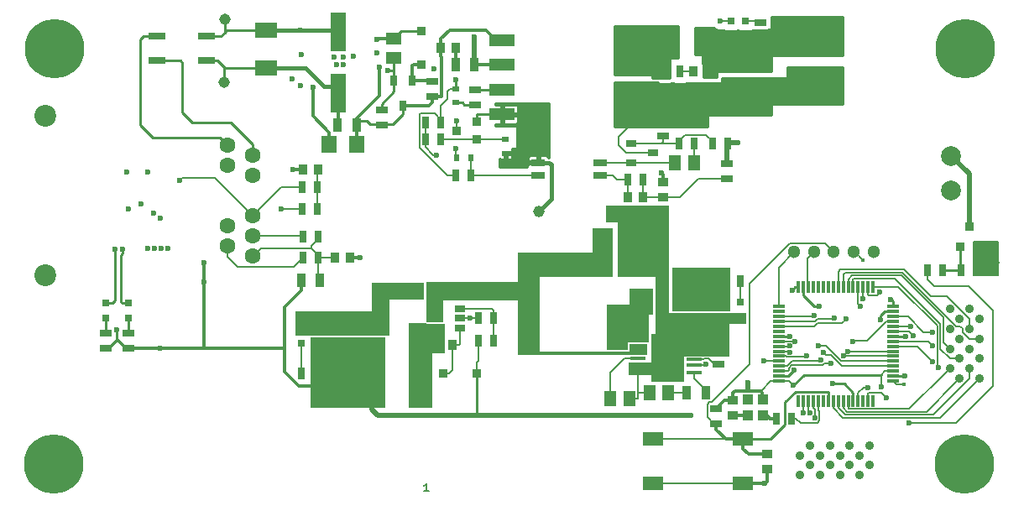
<source format=gtl>
%FSLAX46Y46*%
G04 Gerber Fmt 4.6, Leading zero omitted, Abs format (unit mm)*
G04 Created by KiCad (PCBNEW (2014-08-26 BZR 5101)-product) date Sat 30 Aug 2014 02:05:03 AM EDT*
%MOMM*%
G01*
G04 APERTURE LIST*
%ADD10C,0.100000*%
%ADD11C,0.187500*%
%ADD12R,0.300000X1.200000*%
%ADD13R,1.200000X0.300000*%
%ADD14R,1.600200X1.803400*%
%ADD15R,0.899160X1.000760*%
%ADD16R,1.498600X1.300480*%
%ADD17R,1.600000X4.000000*%
%ADD18R,1.300480X1.498600*%
%ADD19C,1.150000*%
%ADD20R,1.600000X3.200000*%
%ADD21R,1.000760X0.899160*%
%ADD22R,1.803400X1.600200*%
%ADD23R,1.800860X2.199640*%
%ADD24R,2.199640X1.600200*%
%ADD25R,0.700000X0.600000*%
%ADD26R,0.850000X0.850000*%
%ADD27R,0.600000X0.700000*%
%ADD28R,1.000760X0.800100*%
%ADD29R,1.700000X0.800000*%
%ADD30R,0.797560X0.797560*%
%ADD31R,1.600200X2.199640*%
%ADD32R,1.000000X1.100000*%
%ADD33C,1.600000*%
%ADD34C,2.200000*%
%ADD35C,1.300000*%
%ADD36C,0.900000*%
%ADD37R,0.889000X1.397000*%
%ADD38R,1.800000X3.600000*%
%ADD39R,1.600000X5.700000*%
%ADD40C,1.143000*%
%ADD41C,1.998980*%
%ADD42R,0.701040X1.000760*%
%ADD43R,0.914400X0.914400*%
%ADD44R,0.635000X1.143000*%
%ADD45R,1.143000X0.635000*%
%ADD46R,2.100000X1.400000*%
%ADD47R,2.540000X1.270000*%
%ADD48R,1.450000X0.800000*%
%ADD49R,1.000760X0.701040*%
%ADD50R,1.600000X0.300000*%
%ADD51R,2.460000X2.310000*%
%ADD52C,6.000000*%
%ADD53C,0.600000*%
%ADD54C,0.450000*%
%ADD55C,0.350000*%
%ADD56C,0.381000*%
%ADD57C,0.254000*%
%ADD58C,0.200000*%
%ADD59C,0.250000*%
%ADD60C,0.300000*%
%ADD61C,0.400000*%
%ADD62C,0.500000*%
%ADD63C,0.150000*%
%ADD64C,0.050000*%
G04 APERTURE END LIST*
D10*
D11*
X119614286Y-79359286D02*
X119185714Y-79359286D01*
X119400000Y-79359286D02*
X119400000Y-78609286D01*
X119328571Y-78716429D01*
X119257143Y-78787857D01*
X119185714Y-78823571D01*
D12*
X156950000Y-70250000D03*
X157450000Y-70250000D03*
X157950000Y-70250000D03*
X158450000Y-70250000D03*
X158950000Y-70250000D03*
X159450000Y-70250000D03*
X159950000Y-70250000D03*
X160450000Y-70250000D03*
X160950000Y-70250000D03*
X161450000Y-70250000D03*
X161950000Y-70250000D03*
X162450000Y-70250000D03*
X162950000Y-70250000D03*
X163450000Y-70250000D03*
X163950000Y-70250000D03*
X164450000Y-70250000D03*
D13*
X166450000Y-64750000D03*
X166450000Y-65250000D03*
X166450000Y-63750000D03*
X166450000Y-64250000D03*
X166450000Y-65750000D03*
X166450000Y-62250000D03*
X166450000Y-60750000D03*
X166450000Y-63250000D03*
X166450000Y-61250000D03*
X166450000Y-61750000D03*
X166450000Y-62750000D03*
X166450000Y-66750000D03*
X166450000Y-67750000D03*
X166450000Y-67250000D03*
X166450000Y-66250000D03*
X166450000Y-68250000D03*
D12*
X160950000Y-58750000D03*
X161450000Y-58750000D03*
X159950000Y-58750000D03*
X160450000Y-58750000D03*
X161950000Y-58750000D03*
X158450000Y-58750000D03*
X156950000Y-58750000D03*
X159450000Y-58750000D03*
X157450000Y-58750000D03*
X157950000Y-58750000D03*
X158950000Y-58750000D03*
X162950000Y-58750000D03*
X163950000Y-58750000D03*
X163450000Y-58750000D03*
X162450000Y-58750000D03*
X164450000Y-58750000D03*
D13*
X154950000Y-64250000D03*
X154950000Y-63750000D03*
X154950000Y-65250000D03*
X154950000Y-64750000D03*
X154950000Y-63250000D03*
X154950000Y-66750000D03*
X154950000Y-68250000D03*
X154950000Y-65750000D03*
X154950000Y-67750000D03*
X154950000Y-67250000D03*
X154950000Y-66250000D03*
X154950000Y-62250000D03*
X154950000Y-61250000D03*
X154950000Y-61750000D03*
X154950000Y-62750000D03*
X154950000Y-60750000D03*
D14*
X112397000Y-44400000D03*
X109603000Y-44400000D03*
D15*
X120848160Y-34600000D03*
X122351840Y-34600000D03*
D16*
X116100000Y-33747500D03*
X116100000Y-35652500D03*
D17*
X110480000Y-39200000D03*
X110480000Y-33000000D03*
D15*
X147801840Y-37050000D03*
X146298160Y-37050000D03*
D18*
X146402500Y-46200000D03*
X144497500Y-46200000D03*
D19*
X130750000Y-51150000D03*
X138250000Y-51150000D03*
D20*
X159800000Y-33400000D03*
X159800000Y-38400000D03*
D15*
X108451840Y-46900000D03*
X106948160Y-46900000D03*
X110198160Y-55800000D03*
X111701840Y-55800000D03*
D21*
X143300000Y-49701840D03*
X143300000Y-48198160D03*
D15*
X141251840Y-49700000D03*
X139748160Y-49700000D03*
D22*
X153000000Y-35803000D03*
X153000000Y-38597000D03*
X150300000Y-35803000D03*
X150300000Y-38597000D03*
D14*
X137083000Y-53770000D03*
X139877000Y-53770000D03*
D18*
X120292500Y-59140000D03*
X118387500Y-59140000D03*
D14*
X137053000Y-56650000D03*
X139847000Y-56650000D03*
D15*
X122051840Y-64650000D03*
X120548160Y-64650000D03*
D18*
X137947500Y-70050000D03*
X139852500Y-70050000D03*
X143825927Y-69420421D03*
X141920927Y-69420421D03*
D16*
X111494798Y-64797140D03*
X111494798Y-62892140D03*
X148540000Y-60217500D03*
X148540000Y-62122500D03*
X109114798Y-64817140D03*
X109114798Y-62912140D03*
D21*
X153750000Y-77151840D03*
X153750000Y-75648160D03*
X150300000Y-71721840D03*
X150300000Y-70218160D03*
D23*
X143593400Y-33850000D03*
X147606600Y-33850000D03*
D24*
X103200000Y-32900080D03*
X103200000Y-36699920D03*
D25*
X122400000Y-40150000D03*
X122400000Y-38750000D03*
X127400000Y-45300000D03*
X127400000Y-43900000D03*
D26*
X118900000Y-32975000D03*
X118900000Y-36325000D03*
D27*
X122450000Y-45700000D03*
X123850000Y-45700000D03*
D28*
X142249820Y-45250000D03*
X140050180Y-46202500D03*
X140050180Y-44297500D03*
D29*
X97250000Y-35950000D03*
X92250000Y-35950000D03*
X92250000Y-33450000D03*
X97250000Y-33450000D03*
D30*
X87100000Y-61899300D03*
X87100000Y-60400700D03*
X89350000Y-61899300D03*
X89350000Y-60400700D03*
X151599300Y-31950000D03*
X150100700Y-31950000D03*
D26*
X115031055Y-62842289D03*
X118381055Y-62842289D03*
X124445000Y-67450000D03*
X121095000Y-67450000D03*
D31*
X141373507Y-60070421D03*
X145173347Y-60070421D03*
D30*
X151100000Y-60300700D03*
X151100000Y-61799300D03*
X106790000Y-64409300D03*
X106790000Y-62910700D03*
D32*
X151850000Y-70150000D03*
X151850000Y-71750000D03*
X153350000Y-71750000D03*
X153350000Y-70150000D03*
D33*
X99340000Y-54630000D03*
X99340000Y-52600000D03*
X99340000Y-46510000D03*
X99340000Y-44480000D03*
X101880000Y-55650000D03*
X101880000Y-53620000D03*
X101880000Y-51590000D03*
X101880000Y-47530000D03*
X101880000Y-45500000D03*
D34*
X80930000Y-57610000D03*
X80930000Y-41480000D03*
D35*
X160500000Y-55250000D03*
X162500000Y-55250000D03*
X164500000Y-55250000D03*
X158500000Y-55250000D03*
X156500000Y-55250000D03*
D36*
X157100000Y-77750000D03*
X158100000Y-76750000D03*
X159100000Y-77750000D03*
X160100000Y-76750000D03*
X161100000Y-77750000D03*
X162100000Y-76750000D03*
X163100000Y-77750000D03*
X164100000Y-76750000D03*
X157100000Y-75750000D03*
X160100000Y-74750000D03*
X159100000Y-75750000D03*
X158100000Y-74750000D03*
X162100000Y-74750000D03*
X161100000Y-75750000D03*
X163100000Y-75750000D03*
X164100000Y-74750000D03*
X175200000Y-68000000D03*
X174200000Y-67000000D03*
X175200000Y-66000000D03*
X174200000Y-65000000D03*
X175200000Y-64000000D03*
X174200000Y-63000000D03*
X175200000Y-62000000D03*
X174200000Y-61000000D03*
X173200000Y-68000000D03*
X172200000Y-65000000D03*
X173200000Y-66000000D03*
X172200000Y-67000000D03*
X172200000Y-63000000D03*
X173200000Y-64000000D03*
X173200000Y-62000000D03*
X172200000Y-61000000D03*
D37*
X110457500Y-42430000D03*
X112362500Y-42430000D03*
X108652500Y-58100000D03*
X106747500Y-58100000D03*
D38*
X129600000Y-63180000D03*
X138600000Y-63180000D03*
D39*
X118616055Y-67802289D03*
X113916055Y-67802289D03*
D40*
X99050000Y-31800000D03*
X99000000Y-38150000D03*
X145900000Y-40250000D03*
X155050000Y-33400000D03*
X147500000Y-57700000D03*
X110550000Y-68180000D03*
D41*
X172350000Y-49050060D03*
X172350000Y-45549940D03*
D42*
X117050000Y-40520000D03*
X116097500Y-37980000D03*
X118002500Y-37980000D03*
D43*
X124466000Y-42111000D03*
X124466000Y-43889000D03*
X122434000Y-43000000D03*
X175039000Y-54716000D03*
X173261000Y-54716000D03*
X174150000Y-52684000D03*
D44*
X119338000Y-43900000D03*
X120862000Y-43900000D03*
D45*
X120000000Y-39512000D03*
X120000000Y-37988000D03*
X114920000Y-42462000D03*
X114920000Y-40938000D03*
X124350000Y-40362000D03*
X124350000Y-38838000D03*
D37*
X122347500Y-36350000D03*
X124252500Y-36350000D03*
D44*
X119338000Y-42150000D03*
X120862000Y-42150000D03*
X122338000Y-47500000D03*
X123862000Y-47500000D03*
X143488000Y-37050000D03*
X145012000Y-37050000D03*
X141262000Y-47900000D03*
X139738000Y-47900000D03*
X146412000Y-44300000D03*
X144888000Y-44300000D03*
X149762000Y-44300000D03*
X148238000Y-44300000D03*
D45*
X143300000Y-43562000D03*
X143300000Y-42038000D03*
D44*
X108462000Y-55800000D03*
X106938000Y-55800000D03*
X108462000Y-53650000D03*
X106938000Y-53650000D03*
D45*
X89350000Y-63438000D03*
X89350000Y-64962000D03*
D44*
X108412000Y-50900000D03*
X106888000Y-50900000D03*
X108412000Y-48700000D03*
X106888000Y-48700000D03*
D45*
X87100000Y-63438000D03*
X87100000Y-64962000D03*
X149750000Y-47862000D03*
X149750000Y-46338000D03*
X153070000Y-33582000D03*
X153070000Y-32058000D03*
X148850000Y-66562000D03*
X148850000Y-65038000D03*
D37*
X145670927Y-69420421D03*
X147575927Y-69420421D03*
D44*
X124638000Y-64160000D03*
X126162000Y-64160000D03*
X126158055Y-61912289D03*
X124634055Y-61912289D03*
X149578000Y-58160000D03*
X151102000Y-58160000D03*
X108312000Y-67520000D03*
X106788000Y-67520000D03*
X154688000Y-72050000D03*
X156212000Y-72050000D03*
D45*
X148650000Y-72532000D03*
X148650000Y-71008000D03*
D44*
X171512000Y-57050000D03*
X169988000Y-57050000D03*
X173338000Y-57050000D03*
X174862000Y-57050000D03*
D46*
X151350000Y-78600000D03*
X151350000Y-74100000D03*
X142250000Y-74100000D03*
X142250000Y-78600000D03*
D47*
X127050000Y-41350000D03*
X127050000Y-38850000D03*
X127050000Y-36350000D03*
X127050000Y-33850000D03*
X140260000Y-33850000D03*
X140260000Y-36350000D03*
X140260000Y-38850000D03*
X140260000Y-41350000D03*
D48*
X136925000Y-46215000D03*
X130675000Y-47485000D03*
X130675000Y-46215000D03*
X136925000Y-47485000D03*
D49*
X120286055Y-62884789D03*
X120286055Y-61932289D03*
X120286055Y-60979789D03*
X122826055Y-60979789D03*
X122826055Y-61932289D03*
X122826055Y-62884789D03*
D50*
X140773427Y-65320421D03*
X140773427Y-65970421D03*
X140773427Y-66620421D03*
X140773427Y-67320421D03*
X140773427Y-63420421D03*
X140773427Y-64020421D03*
X140773427Y-64670421D03*
X146373427Y-64720421D03*
X146373427Y-67370421D03*
X146373427Y-66020421D03*
X146373427Y-65370421D03*
X146373427Y-64070421D03*
X146373427Y-63470421D03*
X146373427Y-66670421D03*
D51*
X143573427Y-65370421D03*
D52*
X173750000Y-34750000D03*
X81850000Y-76650000D03*
X173700000Y-76600000D03*
X81900000Y-34750000D03*
D53*
X112060000Y-35450000D03*
X106697158Y-32900080D03*
X114700000Y-36599321D03*
X110372593Y-36297407D03*
X111030000Y-36350000D03*
X114400000Y-33750000D03*
X107950000Y-38650000D03*
X111030000Y-35540000D03*
X110080000Y-35570000D03*
X128900000Y-41350000D03*
X129700000Y-41350000D03*
X130510000Y-41350000D03*
X130520000Y-42100000D03*
X129700000Y-42090000D03*
X128890000Y-42090000D03*
X127400000Y-46150000D03*
X130700000Y-45300000D03*
X130700000Y-44650000D03*
X130000000Y-44650000D03*
X130000000Y-45300000D03*
X106750000Y-35300000D03*
X115500000Y-36900000D03*
X122400000Y-37850000D03*
X158170000Y-32920000D03*
X157290000Y-32930000D03*
X157290000Y-33680000D03*
X157290000Y-34470000D03*
X158190000Y-34480000D03*
X158200000Y-33670000D03*
X135590000Y-55690000D03*
X135590244Y-56650000D03*
X135580000Y-57470000D03*
X134680000Y-57470000D03*
X134680304Y-56650000D03*
X134680000Y-55690000D03*
X133700000Y-55680000D03*
X133697387Y-56650000D03*
X133700000Y-57490000D03*
X150810000Y-44200000D03*
X165240000Y-62040000D03*
X139900000Y-52224991D03*
X89150000Y-47150000D03*
X91330000Y-54860000D03*
X91980000Y-54860000D03*
X92650000Y-54850000D03*
X93300000Y-54850000D03*
X105950000Y-46900000D03*
X112750000Y-55800000D03*
X150300000Y-40100000D03*
X153000000Y-40100000D03*
X152050000Y-40100000D03*
X151150000Y-40100000D03*
X150300000Y-41000000D03*
X151150000Y-41000000D03*
X152050000Y-41000000D03*
X153000000Y-41000000D03*
X143100000Y-47220000D03*
X139900000Y-51140000D03*
X141670000Y-53950000D03*
X142790000Y-53940000D03*
X141670000Y-56650000D03*
X142780000Y-56640000D03*
X142770000Y-55800000D03*
X142790000Y-54800000D03*
X141670000Y-55790000D03*
X141670000Y-54830000D03*
X149220000Y-63370000D03*
X149210000Y-64160000D03*
X148320000Y-64140000D03*
X148320000Y-63390000D03*
X142950000Y-63630000D03*
X142940000Y-62840000D03*
X144510000Y-62830000D03*
X144520000Y-63640000D03*
X143020000Y-67160000D03*
X143010000Y-67940000D03*
X143800000Y-67930000D03*
X144590000Y-67930000D03*
X144590000Y-67150000D03*
X143800000Y-67160000D03*
X143750000Y-63620000D03*
X143750000Y-62820000D03*
X149070000Y-31950000D03*
X108700000Y-61790000D03*
X109910000Y-61790000D03*
X111100000Y-61800000D03*
X112120000Y-61800000D03*
X153520000Y-78600000D03*
X123840000Y-61920000D03*
X167630000Y-67760000D03*
X160380000Y-68520000D03*
X156520000Y-67190000D03*
X159060000Y-60680000D03*
X153470000Y-66240000D03*
X176080000Y-54710000D03*
X176890000Y-54710000D03*
X176890000Y-55530000D03*
X176110000Y-55530000D03*
X176110000Y-56340000D03*
X176890000Y-56340000D03*
D54*
X163460000Y-56070000D03*
D53*
X166228763Y-60031237D03*
X88200000Y-63050000D03*
X92597845Y-64962000D03*
X96930000Y-56350000D03*
X96930000Y-58280000D03*
X165250000Y-68880000D03*
X163950000Y-68890000D03*
X156430000Y-68690000D03*
X156290000Y-59070000D03*
X146060000Y-71710000D03*
X151810000Y-68390000D03*
X148540000Y-59156108D03*
X147900000Y-59160000D03*
X147270000Y-59150000D03*
X146640000Y-59160000D03*
X146640000Y-59770000D03*
X147250000Y-59760000D03*
X147260000Y-60380000D03*
X146640000Y-60380000D03*
X122340000Y-44830000D03*
X122460000Y-41970000D03*
X106700000Y-38450000D03*
X88000000Y-55000000D03*
X88750003Y-55000000D03*
X104750000Y-50900000D03*
X94500000Y-48050000D03*
X167710000Y-63740000D03*
X168496739Y-63693261D03*
X156560000Y-64230000D03*
X156050000Y-64710000D03*
X159160000Y-66140000D03*
X160210000Y-66480000D03*
X171020000Y-66900000D03*
X165150000Y-59280000D03*
X168250000Y-62770000D03*
X157770000Y-65720000D03*
X156050000Y-65360000D03*
X156050000Y-63750000D03*
X170440000Y-63360000D03*
X162380000Y-64240000D03*
X163410000Y-59970000D03*
X163160000Y-60690000D03*
X170470000Y-66340000D03*
X170490000Y-64710000D03*
X161720000Y-61990000D03*
X157380000Y-71480000D03*
X160571388Y-61911786D03*
X158480000Y-61650000D03*
X158080000Y-71500000D03*
X158590000Y-72000000D03*
X124250000Y-34880000D03*
X124250000Y-34200000D03*
X124250000Y-33530000D03*
X105850000Y-37800000D03*
X120200000Y-36730000D03*
X120450000Y-45450000D03*
X114400000Y-35150000D03*
X147573719Y-66562000D03*
X89320000Y-50880000D03*
D54*
X167550000Y-68580000D03*
D53*
X90610000Y-50370000D03*
X161440000Y-65730000D03*
X91270000Y-47130000D03*
X161920000Y-65270000D03*
X91880000Y-51350000D03*
X158940000Y-64700000D03*
X92570000Y-51840000D03*
X159460000Y-65370000D03*
X165770000Y-69930000D03*
X168110000Y-72510000D03*
D55*
X110500000Y-38550000D02*
X110500000Y-41997500D01*
X110500000Y-41997500D02*
X110497500Y-42000000D01*
D56*
X107249920Y-36699920D02*
X109100000Y-38550000D01*
X109100000Y-38550000D02*
X110500000Y-38550000D01*
X103200000Y-36699920D02*
X107249920Y-36699920D01*
D57*
X99000000Y-36596000D02*
X99103920Y-36699920D01*
X99103920Y-36699920D02*
X103200000Y-36699920D01*
X97250000Y-35950000D02*
X98354000Y-35950000D01*
X99000000Y-36596000D02*
X99000000Y-37341777D01*
X98354000Y-35950000D02*
X99000000Y-36596000D01*
X99000000Y-37341777D02*
X99000000Y-38150000D01*
D56*
X103200000Y-32900080D02*
X106697158Y-32900080D01*
X106697158Y-32900080D02*
X109949920Y-32900080D01*
X109949920Y-32900080D02*
X110500000Y-32350000D01*
D57*
X99050000Y-33100000D02*
X99249920Y-32900080D01*
X99249920Y-32900080D02*
X103200000Y-32900080D01*
X97250000Y-33450000D02*
X98700000Y-33450000D01*
X98700000Y-33450000D02*
X99050000Y-33100000D01*
X99050000Y-33100000D02*
X99050000Y-31800000D01*
D58*
X114700000Y-36800000D02*
X114700000Y-36599321D01*
D55*
X114700000Y-39448500D02*
X114700000Y-36800000D01*
X112402500Y-42000000D02*
X112402500Y-41746000D01*
X112402500Y-41746000D02*
X114700000Y-39448500D01*
X120000000Y-39512000D02*
X120000000Y-40179500D01*
X120000000Y-40179500D02*
X119659500Y-40520000D01*
X119659500Y-40520000D02*
X117750520Y-40520000D01*
X117750520Y-40520000D02*
X117050000Y-40520000D01*
X112402500Y-42000000D02*
X112402500Y-44394500D01*
X112402500Y-44394500D02*
X112397000Y-44400000D01*
X117050000Y-40669860D02*
X117050000Y-40520000D01*
D59*
X113712000Y-42362000D02*
X114900000Y-42362000D01*
X113350000Y-42000000D02*
X113712000Y-42362000D01*
X112402500Y-42000000D02*
X113350000Y-42000000D01*
X117050000Y-41350000D02*
X117050000Y-40520000D01*
X116050000Y-42350000D02*
X117050000Y-41350000D01*
X115166000Y-42350000D02*
X116050000Y-42350000D01*
X115154000Y-42362000D02*
X115166000Y-42350000D01*
X114900000Y-42362000D02*
X115154000Y-42362000D01*
D55*
X120946501Y-35548721D02*
X120848160Y-35450380D01*
X120848160Y-35450380D02*
X120848160Y-34600000D01*
X120946501Y-39486999D02*
X120946501Y-35548721D01*
X120921500Y-39512000D02*
X120946501Y-39486999D01*
X120000000Y-39512000D02*
X120921500Y-39512000D01*
X126415000Y-33850000D02*
X127050000Y-33850000D01*
X125430000Y-32865000D02*
X126415000Y-33850000D01*
X121732780Y-32865000D02*
X125430000Y-32865000D01*
X120848160Y-33749620D02*
X121732780Y-32865000D01*
X120848160Y-34600000D02*
X120848160Y-33749620D01*
D60*
X116100000Y-33747500D02*
X114402500Y-33747500D01*
X114402500Y-33747500D02*
X114400000Y-33750000D01*
D59*
X118900000Y-32975000D02*
X116872500Y-32975000D01*
X116872500Y-32975000D02*
X116100000Y-33747500D01*
D55*
X107950000Y-41495300D02*
X107950000Y-38650000D01*
X109603000Y-44400000D02*
X109603000Y-43148300D01*
X109603000Y-43148300D02*
X107950000Y-41495300D01*
D59*
X124466000Y-41403800D02*
X124519800Y-41350000D01*
X124466000Y-42111000D02*
X124466000Y-41403800D01*
X124519800Y-41350000D02*
X127050000Y-41350000D01*
D58*
X129750000Y-46215000D02*
X130675000Y-46215000D01*
X127815000Y-46215000D02*
X129750000Y-46215000D01*
X127400000Y-45800000D02*
X127815000Y-46215000D01*
X127400000Y-45300000D02*
X127400000Y-45800000D01*
X127050000Y-41350000D02*
X128800000Y-41350000D01*
X128800000Y-41350000D02*
X129650000Y-41350000D01*
X129650000Y-41350000D02*
X130400000Y-41350000D01*
X130400000Y-41350000D02*
X130400000Y-42050000D01*
X130400000Y-42050000D02*
X129650000Y-42050000D01*
X129650000Y-42050000D02*
X128800000Y-42050000D01*
X127400000Y-45300000D02*
X127400000Y-46150000D01*
X130675000Y-45325000D02*
X130700000Y-45300000D01*
X130675000Y-46215000D02*
X130675000Y-45325000D01*
X130700000Y-45300000D02*
X130700000Y-44650000D01*
X130700000Y-44650000D02*
X130000000Y-44650000D01*
X130000000Y-44650000D02*
X130000000Y-45300000D01*
X130400000Y-44350000D02*
X130700000Y-44650000D01*
X130400000Y-42050000D02*
X130400000Y-44350000D01*
D61*
X131800000Y-46215000D02*
X130675000Y-46215000D01*
X132000000Y-46415000D02*
X131800000Y-46215000D01*
X132000000Y-49900000D02*
X132000000Y-46415000D01*
X130750000Y-51150000D02*
X132000000Y-49900000D01*
D55*
X122351840Y-36345660D02*
X122347500Y-36350000D01*
X122351840Y-34600000D02*
X122351840Y-36345660D01*
D59*
X116097500Y-36893699D02*
X116097500Y-35655000D01*
X116097500Y-37980000D02*
X116097500Y-36893699D01*
X116097500Y-36893699D02*
X115506301Y-36893699D01*
X115506301Y-36893699D02*
X115500000Y-36900000D01*
X116097500Y-35655000D02*
X116100000Y-35652500D01*
X116097500Y-38730380D02*
X116097500Y-37980000D01*
X116097500Y-39073000D02*
X116097500Y-38730380D01*
X114900000Y-40270500D02*
X116097500Y-39073000D01*
X114900000Y-40838000D02*
X114900000Y-40270500D01*
X122400000Y-38750000D02*
X122400000Y-37850000D01*
D58*
X121800000Y-38750000D02*
X121850000Y-38750000D01*
X121850000Y-38750000D02*
X122400000Y-38750000D01*
X121550000Y-39000000D02*
X121800000Y-38750000D01*
X120862000Y-40488000D02*
X121550000Y-39800000D01*
X121550000Y-39800000D02*
X121550000Y-39000000D01*
X120862000Y-42150000D02*
X120862000Y-40488000D01*
X121508998Y-47500000D02*
X121820500Y-47500000D01*
X118720499Y-44711501D02*
X121508998Y-47500000D01*
X118720499Y-41338499D02*
X118720499Y-44711501D01*
X118780499Y-41278499D02*
X118720499Y-41338499D01*
X120244499Y-41278499D02*
X118780499Y-41278499D01*
X120862000Y-41896000D02*
X120244499Y-41278499D01*
X121820500Y-47500000D02*
X122338000Y-47500000D01*
X120862000Y-42150000D02*
X120862000Y-41896000D01*
X147606600Y-36854760D02*
X147801840Y-37050000D01*
X147606600Y-33850000D02*
X147606600Y-36854760D01*
X149360210Y-35803000D02*
X150300000Y-35803000D01*
X147606600Y-34049390D02*
X149360210Y-35803000D01*
X147606600Y-33850000D02*
X147606600Y-34049390D01*
X151401700Y-35803000D02*
X153000000Y-35803000D01*
X150300000Y-35803000D02*
X151401700Y-35803000D01*
X153000000Y-34802900D02*
X153000000Y-33462000D01*
X153000000Y-35803000D02*
X153000000Y-34802900D01*
X154988000Y-33462000D02*
X155050000Y-33400000D01*
X153000000Y-33462000D02*
X154988000Y-33462000D01*
X159738000Y-33462000D02*
X159800000Y-33400000D01*
X153000000Y-33462000D02*
X159738000Y-33462000D01*
X140773427Y-65476573D02*
X140773427Y-65320421D01*
X140729580Y-65520420D02*
X140773427Y-65476573D01*
X129940420Y-65520420D02*
X140729580Y-65520420D01*
X129600000Y-65180000D02*
X129940420Y-65520420D01*
X129600000Y-63180000D02*
X129600000Y-65180000D01*
X129600000Y-62280000D02*
X129620000Y-62260000D01*
X129600000Y-63180000D02*
X129600000Y-62280000D01*
X129620000Y-56610000D02*
X129660000Y-56650000D01*
X137053000Y-54000000D02*
X137053000Y-56650000D01*
X140773427Y-64670421D02*
X140773427Y-65320421D01*
X120286055Y-61932289D02*
X120286055Y-60979789D01*
X120286055Y-59146445D02*
X120292500Y-59140000D01*
X120286055Y-60979789D02*
X120286055Y-59146445D01*
X126464358Y-59144358D02*
X129620000Y-59144358D01*
X126460000Y-59140000D02*
X126464358Y-59144358D01*
X120292500Y-59140000D02*
X126460000Y-59140000D01*
X129620000Y-59144358D02*
X129620000Y-56610000D01*
X129620000Y-62260000D02*
X129620000Y-59144358D01*
D62*
X149750000Y-44312000D02*
X149762000Y-44300000D01*
X149750000Y-46338000D02*
X149750000Y-44312000D01*
X158650000Y-33400000D02*
X158170000Y-32920000D01*
X159800000Y-33400000D02*
X158650000Y-33400000D01*
X157300000Y-32920000D02*
X157290000Y-32930000D01*
X158170000Y-32920000D02*
X157300000Y-32920000D01*
X157290000Y-32930000D02*
X157290000Y-33680000D01*
X157290000Y-33680000D02*
X157290000Y-34470000D01*
X158180000Y-34470000D02*
X158190000Y-34480000D01*
X157290000Y-34470000D02*
X158180000Y-34470000D01*
X158190000Y-33680000D02*
X158200000Y-33670000D01*
X158190000Y-34480000D02*
X158190000Y-33680000D01*
X136550000Y-56650000D02*
X135590000Y-55690000D01*
X137053000Y-56650000D02*
X136550000Y-56650000D01*
X135590000Y-56649756D02*
X135590244Y-56650000D01*
X135590000Y-55690000D02*
X135590000Y-56649756D01*
D58*
X135590244Y-56650000D02*
X137053000Y-56650000D01*
D62*
X135590244Y-57459756D02*
X135580000Y-57470000D01*
X135590244Y-56650000D02*
X135590244Y-57459756D01*
X135580000Y-57470000D02*
X134680000Y-57470000D01*
X134680000Y-56650304D02*
X134680304Y-56650000D01*
X134680000Y-57470000D02*
X134680000Y-56650304D01*
D58*
X134680304Y-56650000D02*
X135590244Y-56650000D01*
D62*
X134680304Y-55690304D02*
X134680000Y-55690000D01*
D59*
X134680304Y-56650000D02*
X134680304Y-55690304D01*
D62*
X133710000Y-55690000D02*
X133700000Y-55680000D01*
X134680000Y-55690000D02*
X133710000Y-55690000D01*
X133700000Y-56647387D02*
X133697387Y-56650000D01*
D58*
X133697387Y-56650000D02*
X134680304Y-56650000D01*
D62*
X133700000Y-55680000D02*
X133700000Y-56647387D01*
D58*
X129660000Y-56650000D02*
X133697387Y-56650000D01*
D62*
X133697387Y-57487387D02*
X133700000Y-57490000D01*
X133697387Y-56650000D02*
X133697387Y-57487387D01*
X149862000Y-44200000D02*
X149762000Y-44300000D01*
X150810000Y-44200000D02*
X149862000Y-44200000D01*
D58*
X145012000Y-37050000D02*
X146298160Y-37050000D01*
X146412000Y-46190500D02*
X146402500Y-46200000D01*
X146412000Y-44300000D02*
X146412000Y-46190500D01*
X140037680Y-46215000D02*
X140050180Y-46202500D01*
X136925000Y-46215000D02*
X140037680Y-46215000D01*
X144495000Y-46202500D02*
X144497500Y-46200000D01*
X140050180Y-46202500D02*
X144495000Y-46202500D01*
D59*
X139900000Y-52250000D02*
X139900000Y-52224991D01*
D58*
X140260000Y-42185000D02*
X140260000Y-41350000D01*
X138790000Y-43655000D02*
X140260000Y-42185000D01*
X138790000Y-44477752D02*
X138790000Y-43655000D01*
X139562248Y-45250000D02*
X138790000Y-44477752D01*
X142249820Y-45250000D02*
X139562248Y-45250000D01*
X140260000Y-39685000D02*
X140260000Y-41350000D01*
X140260000Y-38850000D02*
X140260000Y-39685000D01*
X143300000Y-41520500D02*
X143300000Y-42038000D01*
X143129500Y-41350000D02*
X143300000Y-41520500D01*
X140260000Y-41350000D02*
X143129500Y-41350000D01*
X144112000Y-42038000D02*
X145900000Y-40250000D01*
X143300000Y-42038000D02*
X144112000Y-42038000D01*
X147553000Y-38597000D02*
X150300000Y-38597000D01*
X145900000Y-40250000D02*
X147553000Y-38597000D01*
X151401700Y-38597000D02*
X153000000Y-38597000D01*
X150300000Y-38597000D02*
X151401700Y-38597000D01*
X159603000Y-38597000D02*
X159800000Y-38400000D01*
X153000000Y-38597000D02*
X159603000Y-38597000D01*
D60*
X106948160Y-46900000D02*
X105950000Y-46900000D01*
X111701840Y-55800000D02*
X112750000Y-55800000D01*
X150300000Y-38597000D02*
X150300000Y-40100000D01*
X153000000Y-38597000D02*
X153000000Y-40100000D01*
X153000000Y-40100000D02*
X152050000Y-40100000D01*
X150300000Y-40100000D02*
X151150000Y-40100000D01*
X150300000Y-40100000D02*
X150300000Y-41000000D01*
X150300000Y-41000000D02*
X151150000Y-41000000D01*
X151150000Y-41000000D02*
X152050000Y-41000000D01*
X152050000Y-41000000D02*
X153000000Y-41000000D01*
X143300000Y-47420000D02*
X143100000Y-47220000D01*
X143300000Y-48198160D02*
X143300000Y-47420000D01*
X139897000Y-52253000D02*
X139900000Y-52250000D01*
X139897000Y-53950000D02*
X139897000Y-52253000D01*
X139900000Y-52250000D02*
X139900000Y-51140000D01*
X139897000Y-53950000D02*
X141670000Y-53950000D01*
X142780000Y-53950000D02*
X142790000Y-53940000D01*
X141670000Y-53950000D02*
X142780000Y-53950000D01*
X139847000Y-56650000D02*
X141670000Y-56650000D01*
X142770000Y-56650000D02*
X142780000Y-56640000D01*
X141670000Y-56650000D02*
X142770000Y-56650000D01*
X142780000Y-56640000D02*
X142780000Y-55650000D01*
X142780000Y-55650000D02*
X142780000Y-54870000D01*
X141680000Y-55800000D02*
X141670000Y-55790000D01*
X142770000Y-55800000D02*
X141680000Y-55800000D01*
X141670000Y-55790000D02*
X141670000Y-54830000D01*
D58*
X148540000Y-62690000D02*
X149220000Y-63370000D01*
X148540000Y-62122500D02*
X148540000Y-62690000D01*
X149220000Y-63370000D02*
X149220000Y-64130000D01*
X148330000Y-64130000D02*
X148320000Y-64140000D01*
X149220000Y-64130000D02*
X148330000Y-64130000D01*
X148320000Y-64140000D02*
X148320000Y-63390000D01*
X143188006Y-63630000D02*
X142950000Y-63630000D01*
X143573427Y-64015421D02*
X143188006Y-63630000D01*
X143573427Y-65370421D02*
X143573427Y-64015421D01*
X142950000Y-63630000D02*
X142950000Y-62890000D01*
X144290000Y-63640000D02*
X144300000Y-63650000D01*
X144290000Y-62890000D02*
X144290000Y-63640000D01*
X143248848Y-67050000D02*
X142580000Y-67050000D01*
X143573427Y-66725421D02*
X143248848Y-67050000D01*
X143573427Y-65370421D02*
X143573427Y-66725421D01*
X142580000Y-67510000D02*
X143010000Y-67940000D01*
X142580000Y-67050000D02*
X142580000Y-67510000D01*
X143010000Y-67940000D02*
X143860000Y-67940000D01*
X144580000Y-67940000D02*
X144590000Y-67930000D01*
X143860000Y-67940000D02*
X144580000Y-67940000D01*
X144590000Y-67930000D02*
X144590000Y-67150000D01*
X143880000Y-67150000D02*
X143870000Y-67160000D01*
X144590000Y-67150000D02*
X143880000Y-67150000D01*
X144300000Y-63650000D02*
X143660000Y-63650000D01*
X143660000Y-62892964D02*
X143657036Y-62890000D01*
X143660000Y-63650000D02*
X143660000Y-62892964D01*
X143657036Y-62890000D02*
X144290000Y-62890000D01*
X142950000Y-62890000D02*
X143657036Y-62890000D01*
X140702740Y-70050000D02*
X139852500Y-70050000D01*
X140773427Y-69979313D02*
X140702740Y-70050000D01*
X140797727Y-69420421D02*
X140773427Y-69444721D01*
X141920927Y-69420421D02*
X140797727Y-69420421D01*
X140773427Y-69444721D02*
X140773427Y-69979313D01*
X140773427Y-67320421D02*
X140773427Y-69444721D01*
X150100700Y-31950000D02*
X149070000Y-31950000D01*
X109114798Y-62204798D02*
X108700000Y-61790000D01*
X109114798Y-62912140D02*
X109114798Y-62204798D01*
X108700000Y-61790000D02*
X109910000Y-61790000D01*
X111090000Y-61790000D02*
X111100000Y-61800000D01*
X109910000Y-61790000D02*
X111090000Y-61790000D01*
X111100000Y-61800000D02*
X112120000Y-61800000D01*
X112120000Y-62266938D02*
X111494798Y-62892140D01*
X112120000Y-61800000D02*
X112120000Y-62266938D01*
X111544649Y-62842289D02*
X111494798Y-62892140D01*
X115031055Y-62842289D02*
X111544649Y-62842289D01*
X109113358Y-62910700D02*
X109114798Y-62912140D01*
X106790000Y-62910700D02*
X109113358Y-62910700D01*
D60*
X151350000Y-78600000D02*
X153520000Y-78600000D01*
X153750000Y-78370000D02*
X153520000Y-78600000D01*
X153750000Y-77151840D02*
X153750000Y-78370000D01*
D58*
X123857711Y-61912289D02*
X123840000Y-61930000D01*
X124634055Y-61912289D02*
X123857711Y-61912289D01*
X122828344Y-61930000D02*
X122826055Y-61932289D01*
X123840000Y-61930000D02*
X122828344Y-61930000D01*
D59*
X167620000Y-67750000D02*
X167630000Y-67760000D01*
X166450000Y-67750000D02*
X167620000Y-67750000D01*
X161570000Y-68520000D02*
X160390000Y-68520000D01*
X162450000Y-69400000D02*
X161570000Y-68520000D01*
X162450000Y-70250000D02*
X162450000Y-69400000D01*
X155930000Y-67750000D02*
X156500000Y-67180000D01*
X154950000Y-67750000D02*
X155930000Y-67750000D01*
X165240000Y-61624998D02*
X165240000Y-62060000D01*
X165614998Y-61250000D02*
X165240000Y-61624998D01*
X166450000Y-61250000D02*
X165614998Y-61250000D01*
X158530000Y-60680000D02*
X159060000Y-60680000D01*
X157450000Y-59600000D02*
X158530000Y-60680000D01*
X157450000Y-58750000D02*
X157450000Y-59600000D01*
D63*
X154950000Y-66250000D02*
X153480000Y-66250000D01*
X142250000Y-78600000D02*
X151350000Y-78600000D01*
D62*
X175039000Y-56873000D02*
X174862000Y-57050000D01*
X175039000Y-54716000D02*
X175039000Y-56873000D01*
X176074000Y-54716000D02*
X176080000Y-54710000D01*
X175039000Y-54716000D02*
X176074000Y-54716000D01*
X176080000Y-54710000D02*
X176930000Y-54710000D01*
X176930000Y-54710000D02*
X176930000Y-55530000D01*
D63*
X176930000Y-55530000D02*
X176110000Y-55530000D01*
D62*
X176110000Y-55530000D02*
X176110000Y-56340000D01*
X176110000Y-56340000D02*
X176960000Y-56340000D01*
D58*
X162640000Y-55250000D02*
X163460000Y-56070000D01*
X162500000Y-55250000D02*
X162640000Y-55250000D01*
X108412000Y-48700000D02*
X108412000Y-46939840D01*
X108412000Y-46939840D02*
X108451840Y-46900000D01*
X108412000Y-50900000D02*
X108412000Y-50128500D01*
X108412000Y-50128500D02*
X108412000Y-48700000D01*
D63*
X108462000Y-55800000D02*
X108462000Y-57909500D01*
X108462000Y-57909500D02*
X108652500Y-58100000D01*
X108462000Y-55800000D02*
X110198160Y-55800000D01*
D58*
X107766001Y-54850001D02*
X107766001Y-54599999D01*
X108462000Y-53904000D02*
X108462000Y-53650000D01*
X107766001Y-54599999D02*
X108462000Y-53904000D01*
X101880000Y-55650000D02*
X102679999Y-54850001D01*
X102679999Y-54850001D02*
X107766001Y-54850001D01*
X107766001Y-54850001D02*
X108462000Y-55546000D01*
X108462000Y-55546000D02*
X108462000Y-55800000D01*
X141262000Y-49689840D02*
X141251840Y-49700000D01*
X141262000Y-47900000D02*
X141262000Y-49689840D01*
X143298160Y-49700000D02*
X143300000Y-49701840D01*
X141251840Y-49700000D02*
X143298160Y-49700000D01*
X144998160Y-49701840D02*
X143300000Y-49701840D01*
X146838000Y-47862000D02*
X144998160Y-49701840D01*
X149750000Y-47862000D02*
X146838000Y-47862000D01*
X139738000Y-49689840D02*
X139748160Y-49700000D01*
X139738000Y-47900000D02*
X139738000Y-49689840D01*
X136925000Y-47485000D02*
X138235000Y-47485000D01*
X138650000Y-47900000D02*
X139738000Y-47900000D01*
X138235000Y-47485000D02*
X138650000Y-47900000D01*
X122701420Y-64650000D02*
X122051840Y-64650000D01*
X122826055Y-64525365D02*
X122701420Y-64650000D01*
X122826055Y-62884789D02*
X122826055Y-64525365D01*
X121720000Y-67450000D02*
X121095000Y-67450000D01*
X122051840Y-67118160D02*
X121720000Y-67450000D01*
X122051840Y-64650000D02*
X122051840Y-67118160D01*
X139773427Y-65970421D02*
X140773427Y-65970421D01*
X139413429Y-65970421D02*
X139773427Y-65970421D01*
X137947500Y-67436350D02*
X139413429Y-65970421D01*
X137947500Y-70050000D02*
X137947500Y-67436350D01*
X143825927Y-69420421D02*
X145670927Y-69420421D01*
D63*
X166280000Y-60080000D02*
X166277526Y-60080000D01*
X166277526Y-60080000D02*
X166228763Y-60031237D01*
D59*
X87354000Y-64962000D02*
X87100000Y-64962000D01*
X88200000Y-64116000D02*
X87354000Y-64962000D01*
X88200000Y-63050000D02*
X88200000Y-64116000D01*
X89096000Y-64962000D02*
X89350000Y-64962000D01*
X88250000Y-64116000D02*
X89096000Y-64962000D01*
X88200000Y-64116000D02*
X88250000Y-64116000D01*
D58*
X124445000Y-66425000D02*
X124445000Y-67450000D01*
X124638000Y-66232000D02*
X124445000Y-66425000D01*
X124638000Y-64160000D02*
X124638000Y-66232000D01*
X111474798Y-64817140D02*
X111494798Y-64797140D01*
X109114798Y-64817140D02*
X111474798Y-64817140D01*
X108829500Y-67520000D02*
X108312000Y-67520000D01*
X109114798Y-67234702D02*
X108829500Y-67520000D01*
X109114798Y-66744798D02*
X109114798Y-66721369D01*
X110550000Y-68180000D02*
X109114798Y-66744798D01*
X109114798Y-66721369D02*
X109114798Y-67234702D01*
D63*
X109114798Y-64817140D02*
X109114798Y-66721369D01*
D58*
X113538344Y-68180000D02*
X113916055Y-67802289D01*
X110550000Y-68180000D02*
X113538344Y-68180000D01*
D60*
X106500497Y-68751499D02*
X105060000Y-67311002D01*
X109978501Y-68751499D02*
X106500497Y-68751499D01*
X110550000Y-68180000D02*
X109978501Y-68751499D01*
X106747500Y-59098500D02*
X106747500Y-58100000D01*
X105060000Y-60786000D02*
X106747500Y-59098500D01*
X105036913Y-64962000D02*
X105060000Y-64985087D01*
X105060000Y-64985087D02*
X105060000Y-60786000D01*
X105060000Y-67311002D02*
X105060000Y-64985087D01*
X89350000Y-64962000D02*
X92597845Y-64962000D01*
X96930000Y-56350000D02*
X96930000Y-58280000D01*
X96930000Y-64894018D02*
X96862018Y-64962000D01*
X96930000Y-58280000D02*
X96930000Y-64894018D01*
X96862018Y-64962000D02*
X105036913Y-64962000D01*
X92597845Y-64962000D02*
X96862018Y-64962000D01*
X150518581Y-69249999D02*
X153109999Y-69249999D01*
X150300000Y-69468580D02*
X150518581Y-69249999D01*
X150300000Y-70218160D02*
X150300000Y-69468580D01*
X153109999Y-69249999D02*
X153310000Y-69450000D01*
X153310000Y-70110000D02*
X153350000Y-70150000D01*
X153310000Y-69450000D02*
X153310000Y-70110000D01*
X149439840Y-70218160D02*
X148650000Y-71008000D01*
X150300000Y-70218160D02*
X149439840Y-70218160D01*
D58*
X165270000Y-67630000D02*
X165270000Y-68900000D01*
X165650000Y-67250000D02*
X165270000Y-67630000D01*
X166450000Y-67250000D02*
X165650000Y-67250000D01*
X162950000Y-69450000D02*
X163500000Y-68900000D01*
X163500000Y-68900000D02*
X163930000Y-68900000D01*
X162950000Y-70250000D02*
X162950000Y-69450000D01*
X155990000Y-68250000D02*
X156430000Y-68690000D01*
X154950000Y-68250000D02*
X155990000Y-68250000D01*
X153150001Y-69249999D02*
X153109999Y-69249999D01*
X154150000Y-68250000D02*
X153150001Y-69249999D01*
X154950000Y-68250000D02*
X154150000Y-68250000D01*
D59*
X156610000Y-58750000D02*
X156290000Y-59070000D01*
X156950000Y-58750000D02*
X156610000Y-58750000D01*
X166450000Y-60250000D02*
X166280000Y-60080000D01*
X166450000Y-60750000D02*
X166450000Y-60250000D01*
D62*
X113916055Y-71152289D02*
X114493766Y-71730000D01*
X113916055Y-67802289D02*
X113916055Y-71152289D01*
X146040000Y-71730000D02*
X146060000Y-71710000D01*
X151810000Y-68390000D02*
X151810000Y-69070000D01*
D59*
X157490000Y-67630000D02*
X156430000Y-68690000D01*
X165270000Y-67630000D02*
X157490000Y-67630000D01*
X124446375Y-68126375D02*
X124446375Y-71730000D01*
X124445000Y-67450000D02*
X124445000Y-68125000D01*
X124445000Y-68125000D02*
X124446375Y-68126375D01*
D62*
X124446375Y-71730000D02*
X146040000Y-71730000D01*
X114493766Y-71730000D02*
X124446375Y-71730000D01*
D58*
X145173768Y-60070000D02*
X145173347Y-60070421D01*
X146850000Y-60070000D02*
X145173768Y-60070000D01*
X148392500Y-60070000D02*
X148540000Y-60217500D01*
X146850000Y-60070000D02*
X148392500Y-60070000D01*
X149060500Y-58160000D02*
X149578000Y-58160000D01*
X148540000Y-58680500D02*
X149060500Y-58160000D01*
X148130999Y-58271499D02*
X148540000Y-58680500D01*
X148071499Y-58271499D02*
X148130999Y-58271499D01*
X147500000Y-57700000D02*
X148071499Y-58271499D01*
D63*
X148540000Y-60217500D02*
X148540000Y-59156108D01*
X148540000Y-59156108D02*
X148540000Y-58680500D01*
X147863892Y-59156108D02*
X147860000Y-59160000D01*
X148540000Y-59156108D02*
X147863892Y-59156108D01*
X147860000Y-59160000D02*
X147250000Y-59160000D01*
X147250000Y-59160000D02*
X146660000Y-59160000D01*
X146660000Y-59160000D02*
X146660000Y-58680000D01*
X146660000Y-59160000D02*
X146660000Y-59750000D01*
X147240000Y-59750000D02*
X147250000Y-59740000D01*
X146660000Y-59750000D02*
X147240000Y-59750000D01*
X147250000Y-59740000D02*
X147250000Y-60370000D01*
X146650000Y-60370000D02*
X146640000Y-60380000D01*
X147250000Y-60370000D02*
X146650000Y-60370000D01*
D60*
X152949620Y-75648160D02*
X153750000Y-75648160D01*
X151898160Y-75648160D02*
X152949620Y-75648160D01*
X151350000Y-75100000D02*
X151898160Y-75648160D01*
X151350000Y-74100000D02*
X151350000Y-75100000D01*
X150000000Y-74100000D02*
X151350000Y-74100000D01*
X149600500Y-74100000D02*
X150000000Y-74100000D01*
X148650000Y-73149500D02*
X149600500Y-74100000D01*
X148650000Y-72532000D02*
X148650000Y-73149500D01*
D59*
X159950000Y-69370000D02*
X159950000Y-69400000D01*
X159904999Y-69324999D02*
X159950000Y-69370000D01*
X156655001Y-69324999D02*
X159904999Y-69324999D01*
X155569499Y-72642503D02*
X155569499Y-70410501D01*
X159950000Y-69400000D02*
X159950000Y-70250000D01*
X155569499Y-70410501D02*
X156655001Y-69324999D01*
X154112002Y-74100000D02*
X155569499Y-72642503D01*
X151350000Y-74100000D02*
X154112002Y-74100000D01*
D63*
X148396000Y-72532000D02*
X148650000Y-72532000D01*
X147740000Y-70623998D02*
X147740000Y-71876000D01*
X147973998Y-70390000D02*
X147740000Y-70623998D01*
X152040000Y-66550000D02*
X148200000Y-70390000D01*
X147740000Y-71876000D02*
X148396000Y-72532000D01*
X148200000Y-70390000D02*
X147973998Y-70390000D01*
X152040000Y-58414998D02*
X152040000Y-66550000D01*
X156079999Y-54374999D02*
X152040000Y-58414998D01*
X159624999Y-54374999D02*
X156079999Y-54374999D01*
X160500000Y-55250000D02*
X159624999Y-54374999D01*
X149600500Y-74100000D02*
X142250000Y-74100000D01*
D60*
X150328160Y-71750000D02*
X150300000Y-71721840D01*
X151850000Y-71750000D02*
X150328160Y-71750000D01*
D58*
X140260000Y-34685000D02*
X140260000Y-36350000D01*
X140260000Y-33850000D02*
X140260000Y-34685000D01*
X140960000Y-37050000D02*
X140260000Y-36350000D01*
X143488000Y-37050000D02*
X140960000Y-37050000D01*
X143488000Y-33955400D02*
X143593400Y-33850000D01*
X143488000Y-37050000D02*
X143488000Y-33955400D01*
D59*
X122400000Y-40150000D02*
X123000000Y-40150000D01*
X123212000Y-40362000D02*
X124350000Y-40362000D01*
X123000000Y-40150000D02*
X123212000Y-40362000D01*
D58*
X124455000Y-43900000D02*
X124466000Y-43889000D01*
X120862000Y-43900000D02*
X124455000Y-43900000D01*
X124477000Y-43900000D02*
X124466000Y-43889000D01*
X127400000Y-43900000D02*
X124477000Y-43900000D01*
D55*
X118000000Y-36450000D02*
X118002500Y-36452500D01*
X118002500Y-36452500D02*
X118002500Y-37980000D01*
X118900000Y-36325000D02*
X118125000Y-36325000D01*
X118125000Y-36325000D02*
X118000000Y-36450000D01*
X118002500Y-37980000D02*
X119992000Y-37980000D01*
X119992000Y-37980000D02*
X120000000Y-37988000D01*
D58*
X122450000Y-45390000D02*
X122405026Y-45390000D01*
X122405026Y-45390000D02*
X122340000Y-45324974D01*
X122340000Y-45324974D02*
X122340000Y-44830000D01*
X122450000Y-45700000D02*
X122450000Y-45390000D01*
X122450000Y-44850000D02*
X122360000Y-44850000D01*
X122360000Y-44850000D02*
X122340000Y-44830000D01*
X122434000Y-41966000D02*
X122450000Y-41950000D01*
X122434000Y-43000000D02*
X122434000Y-41966000D01*
X123877000Y-47485000D02*
X123862000Y-47500000D01*
X130675000Y-47485000D02*
X123877000Y-47485000D01*
X123850000Y-47488000D02*
X123862000Y-47500000D01*
X123850000Y-45700000D02*
X123850000Y-47488000D01*
X143300000Y-44079500D02*
X143300000Y-43562000D01*
X143082000Y-44297500D02*
X143300000Y-44079500D01*
X140050180Y-44297500D02*
X143082000Y-44297500D01*
X143084500Y-44300000D02*
X144888000Y-44300000D01*
X143082000Y-44297500D02*
X143084500Y-44300000D01*
X148238000Y-44046000D02*
X148238000Y-44300000D01*
X147620499Y-43428499D02*
X148238000Y-44046000D01*
X145505501Y-43428499D02*
X147620499Y-43428499D01*
X144888000Y-44046000D02*
X145505501Y-43428499D01*
X144888000Y-44300000D02*
X144888000Y-44046000D01*
D57*
X94800000Y-36150000D02*
X94600000Y-35950000D01*
X94600000Y-35950000D02*
X92250000Y-35950000D01*
X94800000Y-41200000D02*
X94800000Y-36150000D01*
X95800000Y-42200000D02*
X94800000Y-41200000D01*
X99711370Y-42200000D02*
X95800000Y-42200000D01*
X101880000Y-45500000D02*
X101880000Y-44368630D01*
X101880000Y-44368630D02*
X99711370Y-42200000D01*
X99340000Y-44480000D02*
X98540001Y-43680001D01*
X98540001Y-43680001D02*
X91780001Y-43680001D01*
X91780001Y-43680001D02*
X90500000Y-42400000D01*
X90500000Y-33800000D02*
X90850000Y-33450000D01*
X90500000Y-42400000D02*
X90500000Y-33800000D01*
X90850000Y-33450000D02*
X92250000Y-33450000D01*
D59*
X87100000Y-61899300D02*
X87100000Y-63438000D01*
X87748780Y-60400700D02*
X87100000Y-60400700D01*
X88000000Y-60149480D02*
X87748780Y-60400700D01*
X88000000Y-55000000D02*
X88000000Y-60149480D01*
X89350000Y-61899300D02*
X89350000Y-63438000D01*
X88701220Y-60400700D02*
X89350000Y-60400700D01*
X88550000Y-60249480D02*
X88701220Y-60400700D01*
X88550000Y-55588911D02*
X88550000Y-60249480D01*
X88750003Y-55388908D02*
X88550000Y-55588911D01*
X88750003Y-55000000D02*
X88750003Y-55388908D01*
D58*
X151611300Y-31938000D02*
X151599300Y-31950000D01*
X153000000Y-31938000D02*
X151611300Y-31938000D01*
X140533006Y-63180000D02*
X140773427Y-63420421D01*
X138600000Y-63180000D02*
X140533006Y-63180000D01*
X140773427Y-63420421D02*
X140773427Y-64020421D01*
X140773427Y-60670501D02*
X141373507Y-60070421D01*
X140773427Y-63420421D02*
X140773427Y-60670501D01*
X151102000Y-60298700D02*
X151100000Y-60300700D01*
X151102000Y-58160000D02*
X151102000Y-60298700D01*
X106790000Y-67518000D02*
X106788000Y-67520000D01*
X106790000Y-64409300D02*
X106790000Y-67518000D01*
D60*
X153350000Y-71750000D02*
X153760000Y-71750000D01*
X154060000Y-72050000D02*
X154688000Y-72050000D01*
X153760000Y-71750000D02*
X154060000Y-72050000D01*
D58*
X99340000Y-54630000D02*
X99340000Y-55761370D01*
X99340000Y-55761370D02*
X100328630Y-56750000D01*
X100328630Y-56750000D02*
X105988000Y-56750000D01*
X105988000Y-56750000D02*
X106938000Y-55800000D01*
D63*
X104750000Y-50900000D02*
X106888000Y-50900000D01*
D58*
X101880000Y-53620000D02*
X106908000Y-53620000D01*
X106908000Y-53620000D02*
X106938000Y-53650000D01*
X101880000Y-51590000D02*
X104770000Y-48700000D01*
X104770000Y-48700000D02*
X106888000Y-48700000D01*
X101080001Y-50790001D02*
X101880000Y-51590000D01*
X98065001Y-47775001D02*
X101080001Y-50790001D01*
X94774999Y-47775001D02*
X98065001Y-47775001D01*
X94500000Y-48050000D02*
X94774999Y-47775001D01*
D63*
X157850001Y-58650001D02*
X157950000Y-58750000D01*
X157850001Y-55899999D02*
X157850001Y-58650001D01*
X158500000Y-55250000D02*
X157850001Y-55899999D01*
X154950000Y-56800000D02*
X154950000Y-60750000D01*
X156500000Y-55250000D02*
X154950000Y-56800000D01*
D59*
X167680000Y-63750000D02*
X167700000Y-63770000D01*
X166450000Y-63750000D02*
X167680000Y-63750000D01*
D63*
X168012824Y-63250000D02*
X168053478Y-63250000D01*
X168053478Y-63250000D02*
X168496739Y-63693261D01*
X166450000Y-63250000D02*
X168012824Y-63250000D01*
X156471553Y-64250000D02*
X156489364Y-64267811D01*
X154950000Y-64250000D02*
X156471553Y-64250000D01*
X154950000Y-64750000D02*
X156090000Y-64750000D01*
X159088204Y-66221796D02*
X159170000Y-66140000D01*
X156293924Y-66221796D02*
X159088204Y-66221796D01*
X155765720Y-66750000D02*
X156293924Y-66221796D01*
X154950000Y-66750000D02*
X155765720Y-66750000D01*
X159529998Y-66480000D02*
X160200000Y-66480000D01*
X159329999Y-66679999D02*
X159529998Y-66480000D01*
X155999999Y-66939999D02*
X156259999Y-66679999D01*
X155999999Y-67120001D02*
X155999999Y-66939999D01*
X156259999Y-66679999D02*
X159329999Y-66679999D01*
X155870000Y-67250000D02*
X155999999Y-67120001D01*
X154950000Y-67250000D02*
X155870000Y-67250000D01*
X164450000Y-58750000D02*
X167015722Y-58750000D01*
X170924981Y-66804981D02*
X171020000Y-66900000D01*
X170924981Y-62659259D02*
X170924981Y-66804981D01*
X167015722Y-58750000D02*
X170924981Y-62659259D01*
X164780001Y-59575001D02*
X164784999Y-59579999D01*
X164784999Y-59579999D02*
X164850001Y-59579999D01*
X164850001Y-59579999D02*
X165150000Y-59280000D01*
X164025001Y-59575001D02*
X164780001Y-59575001D01*
X163950000Y-59500000D02*
X164025001Y-59575001D01*
X163950000Y-58750000D02*
X163950000Y-59500000D01*
X168230830Y-62750000D02*
X168263392Y-62717438D01*
X166450000Y-62750000D02*
X168230830Y-62750000D01*
X157430007Y-65771795D02*
X157748205Y-65771795D01*
X155755977Y-65805977D02*
X157395825Y-65805977D01*
X157395825Y-65805977D02*
X157430007Y-65771795D01*
X155700000Y-65750000D02*
X155755977Y-65805977D01*
X154950000Y-65750000D02*
X155700000Y-65750000D01*
X155953591Y-65250000D02*
X156059567Y-65355976D01*
X154950000Y-65250000D02*
X155953591Y-65250000D01*
D59*
X156100000Y-63750000D02*
X156110000Y-63740000D01*
X154950000Y-63750000D02*
X156100000Y-63750000D01*
D63*
X169551956Y-63340000D02*
X170474980Y-63340000D01*
X167961956Y-61750000D02*
X169551956Y-63340000D01*
X166450000Y-61750000D02*
X167961956Y-61750000D01*
X165790002Y-62250000D02*
X163829992Y-64210010D01*
X163829992Y-64210010D02*
X162400000Y-64210010D01*
X166450000Y-62250000D02*
X165790002Y-62250000D01*
X163450000Y-58750000D02*
X163450000Y-59980000D01*
X162950000Y-60480000D02*
X163160000Y-60690000D01*
X162950000Y-58750000D02*
X162950000Y-60480000D01*
X171224969Y-71975031D02*
X174750001Y-68449999D01*
X161425031Y-71975031D02*
X171224969Y-71975031D01*
X160450000Y-71000000D02*
X161425031Y-71975031D01*
X174750001Y-68449999D02*
X175200000Y-68000000D01*
X160450000Y-70250000D02*
X160450000Y-71000000D01*
X174200000Y-67999002D02*
X174200000Y-67636396D01*
X170523981Y-71675021D02*
X174200000Y-67999002D01*
X161625021Y-71675021D02*
X170523981Y-71675021D01*
X160950000Y-71000000D02*
X161625021Y-71675021D01*
X174200000Y-67636396D02*
X174200000Y-67000000D01*
X160950000Y-70250000D02*
X160950000Y-71000000D01*
X168899972Y-64750000D02*
X170474971Y-66324999D01*
X166450000Y-64750000D02*
X168899972Y-64750000D01*
X170054960Y-64250000D02*
X170474971Y-64670011D01*
X166450000Y-64250000D02*
X170054960Y-64250000D01*
X161450000Y-58750000D02*
X161450000Y-57470010D01*
X161450000Y-57470010D02*
X161630000Y-57290010D01*
X174563604Y-64000000D02*
X175200000Y-64000000D01*
X174200998Y-64000000D02*
X174563604Y-64000000D01*
X173524999Y-62984999D02*
X173524999Y-63324001D01*
X173400000Y-62860000D02*
X173524999Y-62984999D01*
X173524999Y-63324001D02*
X174200998Y-64000000D01*
X173170000Y-62710000D02*
X173320000Y-62860000D01*
X173320000Y-62860000D02*
X173400000Y-62860000D01*
X172865722Y-62710000D02*
X173170000Y-62710000D01*
X167445732Y-57290010D02*
X172865722Y-62710000D01*
X161630000Y-57290010D02*
X167445732Y-57290010D01*
X174200000Y-62363604D02*
X174200000Y-63000000D01*
X174200000Y-62000998D02*
X174200000Y-62363604D01*
X171889002Y-59690000D02*
X174200000Y-62000998D01*
X170270000Y-59690000D02*
X171889002Y-59690000D01*
X167570000Y-56990000D02*
X170270000Y-59690000D01*
X161170000Y-56990000D02*
X167570000Y-56990000D01*
X160950000Y-57210000D02*
X161170000Y-56990000D01*
X160950000Y-58750000D02*
X160950000Y-57210000D01*
X161323195Y-62436796D02*
X161718201Y-62041790D01*
X158833484Y-62436796D02*
X161323195Y-62436796D01*
X158520280Y-62750000D02*
X158833484Y-62436796D01*
X154950000Y-62750000D02*
X158520280Y-62750000D01*
X157450000Y-71390000D02*
X157370000Y-71470000D01*
X157450000Y-70250000D02*
X157450000Y-71390000D01*
X169824989Y-71375011D02*
X172750001Y-68449999D01*
X161825011Y-71375011D02*
X169824989Y-71375011D01*
X172750001Y-68449999D02*
X173200000Y-68000000D01*
X161450000Y-71000000D02*
X161825011Y-71375011D01*
X161450000Y-70250000D02*
X161450000Y-71000000D01*
X161950000Y-58000000D02*
X162359980Y-57590020D01*
X161950000Y-58750000D02*
X161950000Y-58000000D01*
X162359980Y-57590020D02*
X167321464Y-57590020D01*
X171750001Y-64550001D02*
X172200000Y-65000000D01*
X171524999Y-64324999D02*
X171750001Y-64550001D01*
X171524999Y-61793555D02*
X171524999Y-64324999D01*
X167321464Y-57590020D02*
X171524999Y-61793555D01*
X172563604Y-66000000D02*
X173200000Y-66000000D01*
X172200998Y-66000000D02*
X172563604Y-66000000D01*
X166614999Y-57924999D02*
X171224989Y-62534989D01*
X162525001Y-57924999D02*
X166614999Y-57924999D01*
X171224991Y-65023993D02*
X172200998Y-66000000D01*
X171224989Y-62534989D02*
X171224991Y-65023993D01*
X162450000Y-58000000D02*
X162525001Y-57924999D01*
X162450000Y-58750000D02*
X162450000Y-58000000D01*
X171750001Y-67449999D02*
X172200000Y-67000000D01*
X168124999Y-71075001D02*
X171750001Y-67449999D01*
X162025001Y-71075001D02*
X168124999Y-71075001D01*
X161950000Y-71000000D02*
X162025001Y-71075001D01*
X161950000Y-70250000D02*
X161950000Y-71000000D01*
X158859207Y-61986795D02*
X160496379Y-61986795D01*
X160496379Y-61986795D02*
X160571388Y-61911786D01*
X158596002Y-62250000D02*
X158859207Y-61986795D01*
X154950000Y-62250000D02*
X158596002Y-62250000D01*
X158430000Y-61750000D02*
X158490000Y-61690000D01*
X154950000Y-61750000D02*
X158430000Y-61750000D01*
X157950000Y-71410000D02*
X158040000Y-71500000D01*
X157950000Y-70250000D02*
X157950000Y-71410000D01*
X158610000Y-71160000D02*
X158610000Y-72050000D01*
X158450000Y-71000000D02*
X158610000Y-71160000D01*
X158450000Y-70250000D02*
X158450000Y-71000000D01*
D62*
X174150000Y-47349940D02*
X174150000Y-52684000D01*
X172350000Y-45549940D02*
X174150000Y-47349940D01*
D55*
X124252500Y-36350000D02*
X127050000Y-36350000D01*
D62*
X124252500Y-34902500D02*
X124250000Y-34900000D01*
X124252500Y-36350000D02*
X124252500Y-34902500D01*
X124252500Y-34602500D02*
X124250000Y-34600000D01*
X124252500Y-34902500D02*
X124252500Y-34602500D01*
X124250000Y-34600000D02*
X124250000Y-34000000D01*
X124250000Y-34000000D02*
X124250000Y-33611092D01*
D59*
X171512000Y-57050000D02*
X173338000Y-57050000D01*
X173261000Y-56973000D02*
X173338000Y-57050000D01*
X173261000Y-54716000D02*
X173261000Y-56973000D01*
D58*
X119338000Y-43900000D02*
X119338000Y-42150000D01*
X120116500Y-45450000D02*
X120450000Y-45450000D01*
X119338000Y-44671500D02*
X120116500Y-45450000D01*
X119338000Y-43900000D02*
X119338000Y-44671500D01*
D59*
X127038000Y-38838000D02*
X127050000Y-38850000D01*
X124350000Y-38838000D02*
X127038000Y-38838000D01*
D58*
X147406849Y-65986999D02*
X147373427Y-66020421D01*
X147849720Y-65986999D02*
X147406849Y-65986999D01*
X147373427Y-66020421D02*
X146373427Y-66020421D01*
X148424721Y-66562000D02*
X147849720Y-65986999D01*
X148850000Y-66562000D02*
X148424721Y-66562000D01*
X146373427Y-67720421D02*
X146373427Y-67370421D01*
X146373427Y-67963921D02*
X146373427Y-67720421D01*
X147575927Y-69166421D02*
X146373427Y-67963921D01*
X147575927Y-69420421D02*
X147575927Y-69166421D01*
X126158055Y-61140789D02*
X126158055Y-61912289D01*
X125997055Y-60979789D02*
X126158055Y-61140789D01*
X122826055Y-60979789D02*
X125997055Y-60979789D01*
X126158055Y-64156055D02*
X126162000Y-64160000D01*
X126158055Y-61912289D02*
X126158055Y-64156055D01*
X146373427Y-66670421D02*
X147465298Y-66670421D01*
X147465298Y-66670421D02*
X147573719Y-66562000D01*
D63*
X159060001Y-72266001D02*
X159060001Y-71320001D01*
X158826001Y-72500001D02*
X159060001Y-72266001D01*
X157129501Y-72500001D02*
X158826001Y-72500001D01*
X156679500Y-72050000D02*
X157129501Y-72500001D01*
X156212000Y-72050000D02*
X156679500Y-72050000D01*
X158950000Y-71210000D02*
X158950000Y-70250000D01*
X159060001Y-71320001D02*
X158950000Y-71210000D01*
X166780000Y-68580000D02*
X166450000Y-68250000D01*
X167550000Y-68580000D02*
X166780000Y-68580000D01*
X166430000Y-65730000D02*
X166450000Y-65750000D01*
X161400000Y-65730000D02*
X166430000Y-65730000D01*
X166420010Y-65279990D02*
X166450000Y-65250000D01*
X161920000Y-65279990D02*
X166420010Y-65279990D01*
X165700000Y-66250000D02*
X166450000Y-66250000D01*
X161253998Y-66250000D02*
X165700000Y-66250000D01*
X159707203Y-64703205D02*
X161253998Y-66250000D01*
X158946795Y-64703205D02*
X159707203Y-64703205D01*
X165700000Y-66750000D02*
X166450000Y-66750000D01*
X161329720Y-66750000D02*
X165700000Y-66750000D01*
X160184719Y-65604999D02*
X161329720Y-66750000D01*
X159714999Y-65604999D02*
X160184719Y-65604999D01*
X159490000Y-65380000D02*
X159714999Y-65604999D01*
X164025001Y-69424999D02*
X165264999Y-69424999D01*
X163950000Y-69500000D02*
X164025001Y-69424999D01*
X165264999Y-69424999D02*
X165770000Y-69930000D01*
X163950000Y-70250000D02*
X163950000Y-69500000D01*
X168110000Y-72510000D02*
X172840000Y-72510000D01*
X172840000Y-72510000D02*
X176550000Y-68800000D01*
X176550000Y-68800000D02*
X176550000Y-61110000D01*
X176550000Y-61110000D02*
X174090000Y-58650000D01*
X174090000Y-58650000D02*
X170620000Y-58650000D01*
X169988000Y-58018000D02*
X169988000Y-57050000D01*
X170620000Y-58650000D02*
X169988000Y-58018000D01*
D57*
G36*
X131723000Y-45740299D02*
X131677217Y-45629770D01*
X131585231Y-45537783D01*
X131465045Y-45488000D01*
X131334956Y-45488000D01*
X130883750Y-45488000D01*
X130802000Y-45569750D01*
X130802000Y-46088000D01*
X130822000Y-46088000D01*
X130822000Y-46342000D01*
X130802000Y-46342000D01*
X130802000Y-46362000D01*
X130548000Y-46362000D01*
X130548000Y-46342000D01*
X130548000Y-46088000D01*
X130548000Y-45569750D01*
X130466250Y-45488000D01*
X130015044Y-45488000D01*
X129884955Y-45488000D01*
X129764769Y-45537783D01*
X129672783Y-45629770D01*
X129623000Y-45749956D01*
X129623000Y-46006250D01*
X129704750Y-46088000D01*
X130548000Y-46088000D01*
X130548000Y-46342000D01*
X129704750Y-46342000D01*
X129623000Y-46423750D01*
X129623000Y-46533129D01*
X129590302Y-46546673D01*
X129463974Y-46673000D01*
X128647000Y-46673000D01*
X128647000Y-42050044D01*
X128647000Y-41558750D01*
X128647000Y-41141250D01*
X128647000Y-40649956D01*
X128597217Y-40529770D01*
X128505231Y-40437783D01*
X128385045Y-40388000D01*
X128254956Y-40388000D01*
X127258750Y-40388000D01*
X127177000Y-40469750D01*
X127177000Y-41223000D01*
X128565250Y-41223000D01*
X128647000Y-41141250D01*
X128647000Y-41558750D01*
X128565250Y-41477000D01*
X127177000Y-41477000D01*
X127177000Y-42230250D01*
X127258750Y-42312000D01*
X128254956Y-42312000D01*
X128385045Y-42312000D01*
X128505231Y-42262217D01*
X128597217Y-42170230D01*
X128647000Y-42050044D01*
X128647000Y-46673000D01*
X128077000Y-46673000D01*
X128077000Y-45665044D01*
X128077000Y-45508750D01*
X127995250Y-45427000D01*
X127527000Y-45427000D01*
X127527000Y-45845250D01*
X127608750Y-45927000D01*
X127684956Y-45927000D01*
X127815045Y-45927000D01*
X127935231Y-45877217D01*
X128027217Y-45785230D01*
X128077000Y-45665044D01*
X128077000Y-46673000D01*
X126777000Y-46673000D01*
X126777000Y-45789447D01*
X126864769Y-45877217D01*
X126984955Y-45927000D01*
X127115044Y-45927000D01*
X127191250Y-45927000D01*
X127273000Y-45845250D01*
X127273000Y-45427000D01*
X127253000Y-45427000D01*
X127253000Y-45173000D01*
X127273000Y-45173000D01*
X127273000Y-45153000D01*
X127527000Y-45153000D01*
X127527000Y-45173000D01*
X127995250Y-45173000D01*
X128077000Y-45091250D01*
X128077000Y-44934956D01*
X128032282Y-44827000D01*
X128527000Y-44827000D01*
X128527000Y-42473000D01*
X126327000Y-42473000D01*
X126327000Y-42312000D01*
X126841250Y-42312000D01*
X126923000Y-42230250D01*
X126923000Y-41477000D01*
X126903000Y-41477000D01*
X126903000Y-41223000D01*
X126923000Y-41223000D01*
X126923000Y-40469750D01*
X126841250Y-40388000D01*
X126327000Y-40388000D01*
X126327000Y-40227000D01*
X131723000Y-40227000D01*
X131723000Y-45740299D01*
X131723000Y-45740299D01*
G37*
X131723000Y-45740299D02*
X131677217Y-45629770D01*
X131585231Y-45537783D01*
X131465045Y-45488000D01*
X131334956Y-45488000D01*
X130883750Y-45488000D01*
X130802000Y-45569750D01*
X130802000Y-46088000D01*
X130822000Y-46088000D01*
X130822000Y-46342000D01*
X130802000Y-46342000D01*
X130802000Y-46362000D01*
X130548000Y-46362000D01*
X130548000Y-46342000D01*
X130548000Y-46088000D01*
X130548000Y-45569750D01*
X130466250Y-45488000D01*
X130015044Y-45488000D01*
X129884955Y-45488000D01*
X129764769Y-45537783D01*
X129672783Y-45629770D01*
X129623000Y-45749956D01*
X129623000Y-46006250D01*
X129704750Y-46088000D01*
X130548000Y-46088000D01*
X130548000Y-46342000D01*
X129704750Y-46342000D01*
X129623000Y-46423750D01*
X129623000Y-46533129D01*
X129590302Y-46546673D01*
X129463974Y-46673000D01*
X128647000Y-46673000D01*
X128647000Y-42050044D01*
X128647000Y-41558750D01*
X128647000Y-41141250D01*
X128647000Y-40649956D01*
X128597217Y-40529770D01*
X128505231Y-40437783D01*
X128385045Y-40388000D01*
X128254956Y-40388000D01*
X127258750Y-40388000D01*
X127177000Y-40469750D01*
X127177000Y-41223000D01*
X128565250Y-41223000D01*
X128647000Y-41141250D01*
X128647000Y-41558750D01*
X128565250Y-41477000D01*
X127177000Y-41477000D01*
X127177000Y-42230250D01*
X127258750Y-42312000D01*
X128254956Y-42312000D01*
X128385045Y-42312000D01*
X128505231Y-42262217D01*
X128597217Y-42170230D01*
X128647000Y-42050044D01*
X128647000Y-46673000D01*
X128077000Y-46673000D01*
X128077000Y-45665044D01*
X128077000Y-45508750D01*
X127995250Y-45427000D01*
X127527000Y-45427000D01*
X127527000Y-45845250D01*
X127608750Y-45927000D01*
X127684956Y-45927000D01*
X127815045Y-45927000D01*
X127935231Y-45877217D01*
X128027217Y-45785230D01*
X128077000Y-45665044D01*
X128077000Y-46673000D01*
X126777000Y-46673000D01*
X126777000Y-45789447D01*
X126864769Y-45877217D01*
X126984955Y-45927000D01*
X127115044Y-45927000D01*
X127191250Y-45927000D01*
X127273000Y-45845250D01*
X127273000Y-45427000D01*
X127253000Y-45427000D01*
X127253000Y-45173000D01*
X127273000Y-45173000D01*
X127273000Y-45153000D01*
X127527000Y-45153000D01*
X127527000Y-45173000D01*
X127995250Y-45173000D01*
X128077000Y-45091250D01*
X128077000Y-44934956D01*
X128032282Y-44827000D01*
X128527000Y-44827000D01*
X128527000Y-42473000D01*
X126327000Y-42473000D01*
X126327000Y-42312000D01*
X126841250Y-42312000D01*
X126923000Y-42230250D01*
X126923000Y-41477000D01*
X126903000Y-41477000D01*
X126903000Y-41223000D01*
X126923000Y-41223000D01*
X126923000Y-40469750D01*
X126841250Y-40388000D01*
X126327000Y-40388000D01*
X126327000Y-40227000D01*
X131723000Y-40227000D01*
X131723000Y-45740299D01*
G36*
X144773000Y-35623000D02*
X143923000Y-35623000D01*
X143923000Y-37673000D01*
X142177000Y-37673000D01*
X142177000Y-37373000D01*
X138377000Y-37373000D01*
X138377000Y-32500000D01*
X138377000Y-32477000D01*
X144773000Y-32477000D01*
X144773000Y-35623000D01*
X144773000Y-35623000D01*
G37*
X144773000Y-35623000D02*
X143923000Y-35623000D01*
X143923000Y-37673000D01*
X142177000Y-37673000D01*
X142177000Y-37373000D01*
X138377000Y-37373000D01*
X138377000Y-32500000D01*
X138377000Y-32477000D01*
X144773000Y-32477000D01*
X144773000Y-35623000D01*
G36*
X161373000Y-35373000D02*
X154223000Y-35373000D01*
X154223000Y-37023000D01*
X148723000Y-37023000D01*
X148723000Y-37623000D01*
X147382740Y-37623000D01*
X147382740Y-37424071D01*
X147382740Y-36423311D01*
X147286067Y-36189922D01*
X147277000Y-36180854D01*
X147277000Y-35323000D01*
X146527000Y-35323000D01*
X146527000Y-32577000D01*
X148374769Y-32577000D01*
X148539673Y-32742192D01*
X148883201Y-32884838D01*
X149255167Y-32885162D01*
X149315391Y-32860277D01*
X149342221Y-32887107D01*
X149575610Y-32983780D01*
X149828229Y-32983780D01*
X150625789Y-32983780D01*
X150849999Y-32890908D01*
X151074210Y-32983780D01*
X151326829Y-32983780D01*
X152124389Y-32983780D01*
X152349586Y-32890500D01*
X152554809Y-32890500D01*
X153697809Y-32890500D01*
X153931198Y-32793827D01*
X153948025Y-32777000D01*
X154177000Y-32777000D01*
X154177000Y-32453029D01*
X154206500Y-32381810D01*
X154206500Y-32129191D01*
X154206500Y-31494191D01*
X154199379Y-31477000D01*
X161373000Y-31477000D01*
X161373000Y-35373000D01*
X161373000Y-35373000D01*
G37*
X161373000Y-35373000D02*
X154223000Y-35373000D01*
X154223000Y-37023000D01*
X148723000Y-37023000D01*
X148723000Y-37623000D01*
X147382740Y-37623000D01*
X147382740Y-37424071D01*
X147382740Y-36423311D01*
X147286067Y-36189922D01*
X147277000Y-36180854D01*
X147277000Y-35323000D01*
X146527000Y-35323000D01*
X146527000Y-32577000D01*
X148374769Y-32577000D01*
X148539673Y-32742192D01*
X148883201Y-32884838D01*
X149255167Y-32885162D01*
X149315391Y-32860277D01*
X149342221Y-32887107D01*
X149575610Y-32983780D01*
X149828229Y-32983780D01*
X150625789Y-32983780D01*
X150849999Y-32890908D01*
X151074210Y-32983780D01*
X151326829Y-32983780D01*
X152124389Y-32983780D01*
X152349586Y-32890500D01*
X152554809Y-32890500D01*
X153697809Y-32890500D01*
X153931198Y-32793827D01*
X153948025Y-32777000D01*
X154177000Y-32777000D01*
X154177000Y-32453029D01*
X154206500Y-32381810D01*
X154206500Y-32129191D01*
X154206500Y-31494191D01*
X154199379Y-31477000D01*
X161373000Y-31477000D01*
X161373000Y-35373000D01*
G36*
X161373000Y-40273000D02*
X154173000Y-40273000D01*
X154173000Y-41423000D01*
X147723000Y-41423000D01*
X147723000Y-42623000D01*
X144030401Y-42623000D01*
X143997810Y-42609500D01*
X143745191Y-42609500D01*
X142602191Y-42609500D01*
X142569599Y-42623000D01*
X138377000Y-42623000D01*
X138377000Y-38127357D01*
X142798802Y-38147828D01*
X142810801Y-38159827D01*
X143044190Y-38256500D01*
X143296809Y-38256500D01*
X143931809Y-38256500D01*
X144165198Y-38159827D01*
X144170844Y-38154180D01*
X144329890Y-38154916D01*
X144334801Y-38159827D01*
X144568190Y-38256500D01*
X144820809Y-38256500D01*
X145455809Y-38256500D01*
X145674888Y-38165754D01*
X145722270Y-38185380D01*
X145974889Y-38185380D01*
X146874049Y-38185380D01*
X146918658Y-38166902D01*
X147184309Y-38168132D01*
X147225950Y-38185380D01*
X147478569Y-38185380D01*
X148377729Y-38185380D01*
X148405717Y-38173786D01*
X149227000Y-38177589D01*
X149227000Y-37727000D01*
X155827000Y-37727000D01*
X155827000Y-36627000D01*
X161373000Y-36627000D01*
X161373000Y-40273000D01*
X161373000Y-40273000D01*
G37*
X161373000Y-40273000D02*
X154173000Y-40273000D01*
X154173000Y-41423000D01*
X147723000Y-41423000D01*
X147723000Y-42623000D01*
X144030401Y-42623000D01*
X143997810Y-42609500D01*
X143745191Y-42609500D01*
X142602191Y-42609500D01*
X142569599Y-42623000D01*
X138377000Y-42623000D01*
X138377000Y-38127357D01*
X142798802Y-38147828D01*
X142810801Y-38159827D01*
X143044190Y-38256500D01*
X143296809Y-38256500D01*
X143931809Y-38256500D01*
X144165198Y-38159827D01*
X144170844Y-38154180D01*
X144329890Y-38154916D01*
X144334801Y-38159827D01*
X144568190Y-38256500D01*
X144820809Y-38256500D01*
X145455809Y-38256500D01*
X145674888Y-38165754D01*
X145722270Y-38185380D01*
X145974889Y-38185380D01*
X146874049Y-38185380D01*
X146918658Y-38166902D01*
X147184309Y-38168132D01*
X147225950Y-38185380D01*
X147478569Y-38185380D01*
X148377729Y-38185380D01*
X148405717Y-38173786D01*
X149227000Y-38177589D01*
X149227000Y-37727000D01*
X155827000Y-37727000D01*
X155827000Y-36627000D01*
X161373000Y-36627000D01*
X161373000Y-40273000D01*
D64*
G36*
X151615000Y-62375000D02*
X149875000Y-62375000D01*
X149875000Y-65675000D01*
X145275000Y-65675000D01*
X145275000Y-68275000D01*
X142125000Y-68275000D01*
X142125000Y-67575000D01*
X139825000Y-67575000D01*
X139825000Y-66384992D01*
X142125000Y-66384281D01*
X142125000Y-63525000D01*
X142525000Y-63525000D01*
X142525000Y-57675000D01*
X138725000Y-57675000D01*
X138725000Y-52205000D01*
X138450000Y-52205000D01*
X137525000Y-52205000D01*
X137525000Y-50525000D01*
X143775000Y-50525000D01*
X143775000Y-57700000D01*
X143775000Y-61425000D01*
X149900000Y-61425000D01*
X151615000Y-61425000D01*
X151615000Y-62375000D01*
X151615000Y-62375000D01*
G37*
X151615000Y-62375000D02*
X149875000Y-62375000D01*
X149875000Y-65675000D01*
X145275000Y-65675000D01*
X145275000Y-68275000D01*
X142125000Y-68275000D01*
X142125000Y-67575000D01*
X139825000Y-67575000D01*
X139825000Y-66384992D01*
X142125000Y-66384281D01*
X142125000Y-63525000D01*
X142525000Y-63525000D01*
X142525000Y-57675000D01*
X138725000Y-57675000D01*
X138725000Y-52205000D01*
X138450000Y-52205000D01*
X137525000Y-52205000D01*
X137525000Y-50525000D01*
X143775000Y-50525000D01*
X143775000Y-57700000D01*
X143775000Y-61425000D01*
X149900000Y-61425000D01*
X151615000Y-61425000D01*
X151615000Y-62375000D01*
G36*
X141615000Y-65575000D02*
X128625000Y-65575000D01*
X128625000Y-60075978D01*
X120974886Y-60074997D01*
X120984886Y-62275000D01*
X119425000Y-62275000D01*
X119425000Y-58225000D01*
X128625000Y-58225000D01*
X128625000Y-55325000D01*
X136125000Y-55325000D01*
X136125000Y-52825000D01*
X138075000Y-52825000D01*
X138075000Y-57675000D01*
X130775000Y-57675000D01*
X130775000Y-65325000D01*
X139925000Y-65325000D01*
X139925000Y-64525000D01*
X141615000Y-64525000D01*
X141615000Y-65575000D01*
X141615000Y-65575000D01*
G37*
X141615000Y-65575000D02*
X128625000Y-65575000D01*
X128625000Y-60075978D01*
X120974886Y-60074997D01*
X120984886Y-62275000D01*
X119425000Y-62275000D01*
X119425000Y-58225000D01*
X128625000Y-58225000D01*
X128625000Y-55325000D01*
X136125000Y-55325000D01*
X136125000Y-52825000D01*
X138075000Y-52825000D01*
X138075000Y-57675000D01*
X130775000Y-57675000D01*
X130775000Y-65325000D01*
X139925000Y-65325000D01*
X139925000Y-64525000D01*
X141615000Y-64525000D01*
X141615000Y-65575000D01*
G36*
X142175000Y-61475000D02*
X141775000Y-61475000D01*
X141775000Y-64275000D01*
X139675000Y-64275000D01*
X139675000Y-64340000D01*
X139675000Y-65075000D01*
X137625000Y-65075000D01*
X137625000Y-60525000D01*
X139925000Y-60525000D01*
X139925000Y-58925000D01*
X142175000Y-58925000D01*
X142175000Y-61475000D01*
X142175000Y-61475000D01*
G37*
X142175000Y-61475000D02*
X141775000Y-61475000D01*
X141775000Y-64275000D01*
X139675000Y-64275000D01*
X139675000Y-64340000D01*
X139675000Y-65075000D01*
X137625000Y-65075000D01*
X137625000Y-60525000D01*
X139925000Y-60525000D01*
X139925000Y-58925000D01*
X142175000Y-58925000D01*
X142175000Y-61475000D01*
G36*
X149975000Y-61175000D02*
X144225000Y-61175000D01*
X144225000Y-56825000D01*
X149975000Y-56825000D01*
X149975000Y-61175000D01*
X149975000Y-61175000D01*
G37*
X149975000Y-61175000D02*
X144225000Y-61175000D01*
X144225000Y-56825000D01*
X149975000Y-56825000D01*
X149975000Y-61175000D01*
G36*
X121175000Y-65375000D02*
X119875000Y-65375000D01*
X119875000Y-70875000D01*
X117625000Y-70875000D01*
X117625000Y-62425000D01*
X119275000Y-62425000D01*
X119275000Y-62485000D01*
X121000000Y-62485000D01*
X121175000Y-62485000D01*
X121175000Y-65375000D01*
X121175000Y-65375000D01*
G37*
X121175000Y-65375000D02*
X119875000Y-65375000D01*
X119875000Y-70875000D01*
X117625000Y-70875000D01*
X117625000Y-62425000D01*
X119275000Y-62425000D01*
X119275000Y-62485000D01*
X121000000Y-62485000D01*
X121175000Y-62485000D01*
X121175000Y-65375000D01*
G36*
X115175000Y-70875000D02*
X107725000Y-70875000D01*
X107725000Y-63825000D01*
X115175000Y-63825000D01*
X115175000Y-70875000D01*
X115175000Y-70875000D01*
G37*
X115175000Y-70875000D02*
X107725000Y-70875000D01*
X107725000Y-63825000D01*
X115175000Y-63825000D01*
X115175000Y-70875000D01*
G36*
X119075000Y-59975000D02*
X115575000Y-59975000D01*
X115575000Y-63575000D01*
X106225000Y-63575000D01*
X106225000Y-61225000D01*
X113925000Y-61225000D01*
X113925000Y-58325000D01*
X119075000Y-58325000D01*
X119075000Y-59975000D01*
X119075000Y-59975000D01*
G37*
X119075000Y-59975000D02*
X115575000Y-59975000D01*
X115575000Y-63575000D01*
X106225000Y-63575000D01*
X106225000Y-61225000D01*
X113925000Y-61225000D01*
X113925000Y-58325000D01*
X119075000Y-58325000D01*
X119075000Y-59975000D01*
D58*
G36*
X177100000Y-57600000D02*
X174600000Y-57600000D01*
X174600000Y-54200000D01*
X177100000Y-54200000D01*
X177100000Y-57600000D01*
X177100000Y-57600000D01*
G37*
X177100000Y-57600000D02*
X174600000Y-57600000D01*
X174600000Y-54200000D01*
X177100000Y-54200000D01*
X177100000Y-57600000D01*
M02*

</source>
